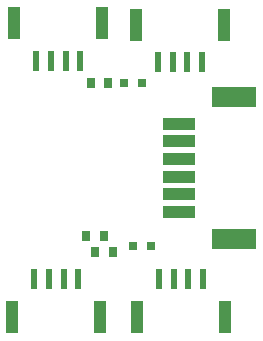
<source format=gtp>
G04*
G04 #@! TF.GenerationSoftware,Altium Limited,Altium Designer,24.4.1 (13)*
G04*
G04 Layer_Color=8421504*
%FSLAX44Y44*%
%MOMM*%
G71*
G04*
G04 #@! TF.SameCoordinates,60579931-1C11-4224-ADE3-228BDE75D65C*
G04*
G04*
G04 #@! TF.FilePolarity,Positive*
G04*
G01*
G75*
%ADD14R,0.7000X0.9000*%
%ADD15R,0.8000X0.8000*%
%ADD16R,2.7000X1.0000*%
%ADD17R,3.8000X1.8000*%
%ADD18R,1.0000X2.7000*%
%ADD19R,0.6000X1.7000*%
D14*
X1399500Y2641000D02*
D03*
X1384500D02*
D03*
X1391500Y2654000D02*
D03*
X1376500D02*
D03*
X1380500Y2784000D02*
D03*
X1395500D02*
D03*
D15*
X1423500Y2784000D02*
D03*
X1408500D02*
D03*
X1431500Y2646000D02*
D03*
X1416500D02*
D03*
D16*
X1455000Y2674500D02*
D03*
Y2689500D02*
D03*
Y2704500D02*
D03*
Y2719500D02*
D03*
Y2734500D02*
D03*
Y2749500D02*
D03*
D17*
X1502000Y2652000D02*
D03*
Y2772000D02*
D03*
D18*
X1390250Y2834250D02*
D03*
X1315750D02*
D03*
X1493250Y2833250D02*
D03*
X1418750D02*
D03*
X1419750Y2585750D02*
D03*
X1494250D02*
D03*
X1314000Y2586000D02*
D03*
X1388500D02*
D03*
D19*
X1359250Y2802250D02*
D03*
X1371750D02*
D03*
X1346750D02*
D03*
X1334250D02*
D03*
X1462250Y2801250D02*
D03*
X1474750D02*
D03*
X1449750D02*
D03*
X1437250D02*
D03*
X1450750Y2617750D02*
D03*
X1438250D02*
D03*
X1463250D02*
D03*
X1475750D02*
D03*
X1345000Y2618000D02*
D03*
X1332500D02*
D03*
X1357500D02*
D03*
X1370000D02*
D03*
M02*

</source>
